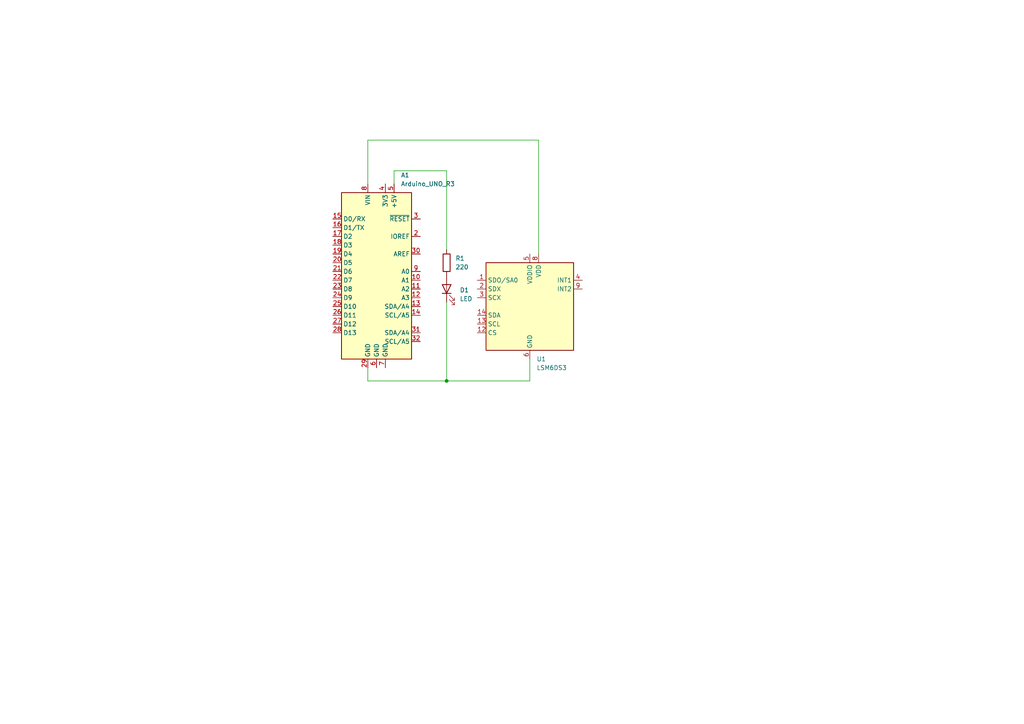
<source format=kicad_sch>
(kicad_sch (version 20230121) (generator eeschema)
  (paper "A4")
  (lib_symbols
    (symbol "Device:LED" (pin_numbers hide) (pin_names (offset 1.016) hide)
      (property "Reference" "D" (at 0 2.54 0))
      (property "Value" "LED" (at 0 -2.54 0))
      (symbol "LED_0_1"
        (polyline (pts (xy -1.27 -1.27) (xy -1.27 1.27)) (stroke (width 0.254)))
        (polyline (pts (xy -1.27 0) (xy 1.27 0)))
        (polyline (pts (xy 1.27 -1.27) (xy 1.27 1.27) (xy -1.27 0) (xy 1.27 -1.27)) (stroke (width 0.254)))
        (polyline (pts (xy -3.048 -0.762) (xy -4.572 -2.286) (xy -3.81 -2.286) (xy -4.572 -2.286) (xy -4.572 -1.524)))
        (polyline (pts (xy -1.778 -0.762) (xy -3.302 -2.286) (xy -2.54 -2.286) (xy -3.302 -2.286) (xy -3.302 -1.524)))
      )
      (symbol "LED_1_1"
        (pin passive line (at -3.81 0 0) (length 2.54) (name "K") (number "1"))
        (pin passive line (at 3.81 0 180) (length 2.54) (name "A") (number "2"))
      )
    )
    (symbol "Device:R" (pin_numbers hide) (pin_names (offset 0))
      (property "Reference" "R" (at 2.032 0 90))
      (property "Value" "R" (at 0 0 90))
      (symbol "R_0_1"
        (rectangle (start -1.016 -2.54) (end 1.016 2.54) (stroke (width 0.254)))
      )
      (symbol "R_1_1"
        (pin passive line (at 0 3.81 270) (length 1.27) (name "~") (number "1"))
        (pin passive line (at 0 -3.81 90) (length 1.27) (name "~") (number "2"))
      )
    )
    (symbol "MCU_Module:Arduino_UNO_R3"
      (property "Reference" "A" (at -10.16 23.495 0))
      (property "Value" "Arduino_UNO_R3" (at 5.08 -26.67 0))
      (symbol "Arduino_UNO_R3_0_1"
        (rectangle (start -10.16 22.86) (end 10.16 -25.4) (stroke (width 0.254)) (fill (type background)))
      )
      (symbol "Arduino_UNO_R3_1_1"
        (pin no_connect line (at -10.16 -20.32 0) (length 2.54) hide (name "NC") (number "1"))
        (pin bidirectional line (at 12.7 -2.54 180) (length 2.54) (name "A1") (number "10"))
        (pin bidirectional line (at 12.7 -5.08 180) (length 2.54) (name "A2") (number "11"))
        (pin bidirectional line (at 12.7 -7.62 180) (length 2.54) (name "A3") (number "12"))
        (pin bidirectional line (at 12.7 -10.16 180) (length 2.54) (name "SDA/A4") (number "13"))
        (pin bidirectional line (at 12.7 -12.7 180) (length 2.54) (name "SCL/A5") (number "14"))
        (pin bidirectional line (at -12.7 15.24 0) (length 2.54) (name "D0/RX") (number "15"))
        (pin bidirectional line (at -12.7 12.7 0) (length 2.54) (name "D1/TX") (number "16"))
        (pin bidirectional line (at -12.7 10.16 0) (length 2.54) (name "D2") (number "17"))
        (pin bidirectional line (at -12.7 7.62 0) (length 2.54) (name "D3") (number "18"))
        (pin bidirectional line (at -12.7 5.08 0) (length 2.54) (name "D4") (number "19"))
        (pin output line (at 12.7 10.16 180) (length 2.54) (name "IOREF") (number "2"))
        (pin bidirectional line (at -12.7 2.54 0) (length 2.54) (name "D5") (number "20"))
        (pin bidirectional line (at -12.7 0 0) (length 2.54) (name "D6") (number "21"))
        (pin bidirectional line (at -12.7 -2.54 0) (length 2.54) (name "D7") (number "22"))
        (pin bidirectional line (at -12.7 -5.08 0) (length 2.54) (name "D8") (number "23"))
        (pin bidirectional line (at -12.7 -7.62 0) (length 2.54) (name "D9") (number "24"))
        (pin bidirectional line (at -12.7 -10.16 0) (length 2.54) (name "D10") (number "25"))
        (pin bidirectional line (at -12.7 -12.7 0) (length 2.54) (name "D11") (number "26"))
        (pin bidirectional line (at -12.7 -15.24 0) (length 2.54) (name "D12") (number "27"))
        (pin bidirectional line (at -12.7 -17.78 0) (length 2.54) (name "D13") (number "28"))
        (pin power_in line (at -2.54 -27.94 90) (length 2.54) (name "GND") (number "29"))
        (pin input line (at 12.7 15.24 180) (length 2.54) (name "~{RESET}") (number "3"))
        (pin input line (at 12.7 5.08 180) (length 2.54) (name "AREF") (number "30"))
        (pin bidirectional line (at 12.7 -17.78 180) (length 2.54) (name "SDA/A4") (number "31"))
        (pin bidirectional line (at 12.7 -20.32 180) (length 2.54) (name "SCL/A5") (number "32"))
        (pin power_out line (at 2.54 25.4 270) (length 2.54) (name "3V3") (number "4"))
        (pin power_out line (at 5.08 25.4 270) (length 2.54) (name "+5V") (number "5"))
        (pin power_in line (at 0 -27.94 90) (length 2.54) (name "GND") (number "6"))
        (pin power_in line (at 2.54 -27.94 90) (length 2.54) (name "GND") (number "7"))
        (pin power_in line (at -2.54 25.4 270) (length 2.54) (name "VIN") (number "8"))
        (pin bidirectional line (at 12.7 0 180) (length 2.54) (name "A0") (number "9"))
      )
    )
    (symbol "Sensor_Motion:LSM6DS3"
      (property "Reference" "U" (at -11.43 15.24 0))
      (property "Value" "LSM6DS3" (at -11.43 12.7 0))
      (symbol "LSM6DS3_0_1"
        (rectangle (start -12.7 12.7) (end 12.7 -12.7) (stroke (width 0.254)) (fill (type background)))
      )
      (symbol "LSM6DS3_1_1"
        (pin bidirectional line (at -15.24 7.62 0) (length 2.54) (name "SDO/SA0") (number "1"))
        (pin no_connect line (at 12.7 -5.08 180) (length 3.81) hide (name "NC") (number "10"))
        (pin no_connect line (at 12.7 -2.54 180) (length 3.81) hide (name "NC") (number "11"))
        (pin input line (at -15.24 -7.62 0) (length 2.54) (name "CS") (number "12"))
        (pin input line (at -15.24 -5.08 0) (length 2.54) (name "SCL") (number "13"))
        (pin bidirectional line (at -15.24 -2.54 0) (length 2.54) (name "SDA") (number "14"))
        (pin bidirectional line (at -15.24 5.08 0) (length 2.54) (name "SDX") (number "2"))
        (pin input line (at -15.24 2.54 0) (length 2.54) (name "SCX") (number "3"))
        (pin output line (at 15.24 7.62 180) (length 2.54) (name "INT1") (number "4"))
        (pin power_in line (at 0 15.24 270) (length 2.54) (name "VDDIO") (number "5"))
        (pin power_in line (at 0 -15.24 90) (length 2.54) (name "GND") (number "6"))
        (pin passive line (at 0 -15.24 90) (length 2.54) hide (name "GND") (number "7"))
        (pin power_in line (at 2.54 15.24 270) (length 2.54) (name "VDD") (number "8"))
        (pin output line (at 15.24 5.08 180) (length 2.54) (name "INT2") (number "9"))
      )
    )
  )
  (junction (at 129.54 110.49))
  (wire (pts (xy 106.68 53.34) (xy 106.68 40.64)))
  (wire (pts (xy 114.3 49.53) (xy 129.54 49.53)))
  (wire (pts (xy 106.68 106.68) (xy 106.68 110.49)))
  (wire (pts (xy 114.3 53.34) (xy 114.3 49.53)))
  (wire (pts (xy 129.54 110.49) (xy 153.67 110.49)))
  (wire (pts (xy 106.68 40.64) (xy 156.21 40.64)))
  (wire (pts (xy 106.68 110.49) (xy 129.54 110.49)))
  (wire (pts (xy 156.21 73.66) (xy 156.21 40.64)))
  (wire (pts (xy 129.54 49.53) (xy 129.54 72.39)))
  (wire (pts (xy 153.67 110.49) (xy 153.67 104.14)))
  (wire (pts (xy 129.54 87.63) (xy 129.54 110.49)))
  (symbol (lib_id "Device:LED") (at 129.54 83.82 90) (unit 1)
    (property "Reference" "D1" (at 133.35 84.1375 90) (effects (justify right)))
    (property "Value" "LED" (at 133.35 86.6775 90) (effects (justify right)))
  )
  (symbol (lib_id "Sensor_Motion:LSM6DS3") (at 153.67 88.9 0) (unit 1)
    (property "Reference" "U1" (at 155.6259 104.14 0) (effects (justify left)))
    (property "Value" "LSM6DS3" (at 155.6259 106.68 0) (effects (justify left)))
    (property "Footprint" "Package_LGA:LGA-14_3x2.5mm_P0.5mm_LayoutBorder3x4y" (effects hide))
    (property "Datasheet" "https://www.st.com/resource/en/datasheet/lsm6ds3tr-c.pdf" (effects hide))
  )
  (symbol (lib_id "Device:R") (at 129.54 76.2 0) (unit 1)
    (property "Reference" "R1" (at 132.08 74.93 0) (effects (justify left)))
    (property "Value" "220" (at 132.08 77.47 0) (effects (justify left)))
  )
  (symbol (lib_id "MCU_Module:Arduino_UNO_R3") (at 109.22 78.74 0) (unit 1)
    (property "Reference" "A1" (at 116.2559 50.8 0) (effects (justify left)))
    (property "Value" "Arduino_UNO_R3" (at 116.2559 53.34 0) (effects (justify left)))
    (property "Footprint" "Module:Arduino_UNO_R3" (effects hide))
    (property "Datasheet" "https://www.arduino.cc/en/Main/arduinoBoardUno" (effects hide))
  )
)
</source>
